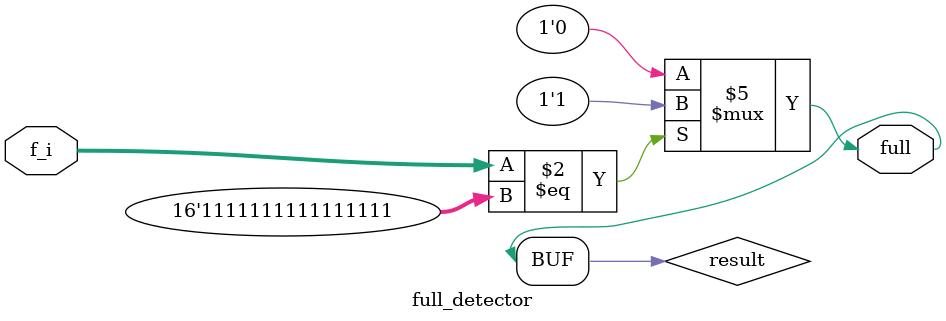
<source format=v>

module full_detector
#(parameter N_CELLS=16)
(
	input  [N_CELLS-1:0] f_i,
	output  full
);
	
	// Local signal for computing the state of the FIFO 
	reg result=0;
	
	// Process the change in the state of the FIFO 
	always @ (*)
	begin
		// If all the FIFO cells have been filled up, detect 'full'
		if (f_i == {N_CELLS{1'b1}})
			result <= 1'b1;
		else
			result <= 1'b0;
	end
	// Catch the calculated output condition of the FIFO 
	assign full = result;
	
endmodule

</source>
